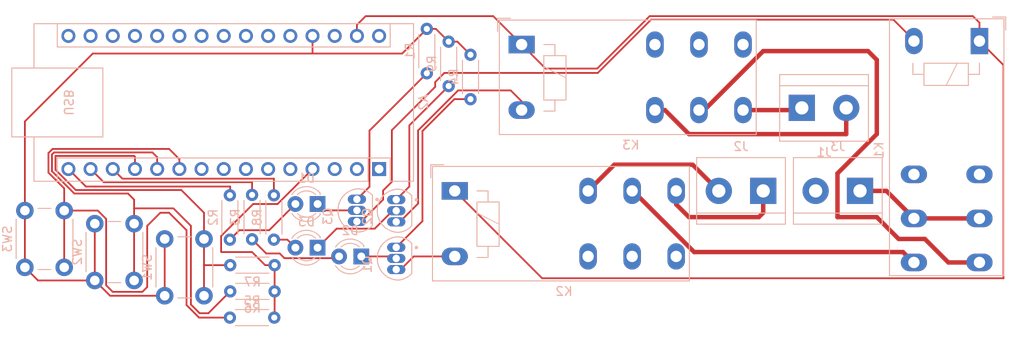
<source format=kicad_pcb>
(kicad_pcb (version 20241229) (generator "pcbnew") (generator_version "9.0")
  (layers (0 "F.Cu" signal) (2 "B.Cu" signal) (13 "F.Paste" user) (15 "B.Paste" user) (5 "F.SilkS" user "F.Silkscreen") (7 "B.SilkS" user "B.Silkscreen") (1 "F.Mask" user) (3 "B.Mask" user) (25 "Edge.Cuts" user))
  (net 0 "")
  (net 9 "Net-(A2-D7)")
  (net 10 "/5VLogic(SR)")
  (net 11 "/5VLogic(HR)")
  (net 12 "/5VLogic(TR)")
  (net 23 "/+5V")
  (net 25 "Net-(A2-GND-Pad29)")
  (net 27 "HT")
  (net 28 "/120VAC_SPEED")
  (net 30 "/120VAC_HEAT")
  (net 31 "Net-(Q3-E)")
  (net 32 "HR_LIVE_LOW")
  (net 33 "HR_LIVE_HIGH")
  (net 37 "Net-(Q1-E)")
  (net 38 "SR_LIVE_LOW")
  (net 39 "SR_LIVE_HIGH")
  (net 42 "Net-(Q2-E)")
  (net 43 "Net-(Q1-C)")
  (net 44 "Net-(D1-A)")
  (net 45 "Net-(Q2-C)")
  (net 46 "Net-(D1-K)")
  (net 47 "Net-(Q3-C)")
  (net 48 "Net-(D2-K)")
  (net 53 "Net-(D2-A)")
  (net 54 "Net-(D3-K)")
  (net 55 "Net-(D3-A)")
  (net 56 "Net-(A2-GND-Pad4)")
  (net 57 "Net-(A2-D8)")
  (net 58 "Net-(A2-D9)")
  (footprint "Resistor_THT:R_Axial_DIN0204_L3.6mm_D1.6mm_P5.08mm_Horizontal" (layer "B.Cu") (at 64.45 16.92 -90)
    (property "Reference" "R9" (at 2.54 1.92 90) (layer "B.SilkS") (effects (justify mirror)))
    (property "Value" "0")
    (fp_line (start 0.62 0.92) (end 4.46 0.92) (stroke (width 0.12)) (layer "B.SilkS"))
    (fp_line (start 0.62 -0.92) (end 4.46 -0.92) (stroke (width 0.12)) (layer "B.SilkS"))
    (pad "1" thru_hole circle (at 0 0 270) (size 1.4 1.4) (drill 0.7) (layers "*.Cu" "*.Mask") (net 23 "/+5V"))
    (pad "2" thru_hole oval (at 5.08 0 270) (size 1.4 1.4) (drill 0.7) (layers "*.Cu" "*.Mask") (net 45 "Net-(Q2-C)"))
  )
  (footprint "Resistor_THT:R_Axial_DIN0204_L3.6mm_D1.6mm_P5.08mm_Horizontal" (layer "B.Cu") (at 39.41 34.5 -90)
    (property "Reference" "R2" (at 2.54 1.92 90) (layer "B.SilkS") (effects (justify mirror)))
    (property "Value" "330")
    (fp_line (start 0.62 0.92) (end 4.46 0.92) (stroke (width 0.12)) (layer "B.SilkS"))
    (fp_line (start 0.62 -0.92) (end 4.46 -0.92) (stroke (width 0.12)) (layer "B.SilkS"))
    (pad "1" thru_hole circle (at 0 0 270) (size 1.4 1.4) (drill 0.7) (layers "*.Cu" "*.Mask") (net 12 "/5VLogic(TR)"))
    (pad "2" thru_hole oval (at 5.08 0 270) (size 1.4 1.4) (drill 0.7) (layers "*.Cu" "*.Mask") (net 44 "Net-(D1-A)"))
  )
  (footprint "Button_Switch_THT:SW_PUSH_6mm_H4.3mm" (layer "B.Cu") (at 31.95 39.5 -90)
    (property "Reference" "SW1" (at 3.25 2 90) (layer "B.SilkS") (effects (justify mirror)))
    (property "Value" "Speed_Butt")
    (fp_line (start 5.5 1) (end 1 1) (stroke (width 0.12)) (layer "B.SilkS"))
    (fp_line (start -0.25 -1.5) (end -0.25 -3) (stroke (width 0.12)) (layer "B.SilkS"))
    (fp_line (start 6.75 -3) (end 6.75 -1.5) (stroke (width 0.12)) (layer "B.SilkS"))
    (fp_line (start 1 -5.5) (end 5.5 -5.5) (stroke (width 0.12)) (layer "B.SilkS"))
    (pad "1" thru_hole circle (at 0 0 180) (size 2 2) (drill 1.1) (layers "*.Cu" "*.Mask") (net 23 "/+5V"))
    (pad "1" thru_hole circle (at 6.5 0 180) (size 2 2) (drill 1.1) (layers "*.Cu" "*.Mask") (net 23 "/+5V"))
    (pad "2" thru_hole circle (at 0 -4.5 180) (size 2 2) (drill 1.1) (layers "*.Cu" "*.Mask") (net 58 "Net-(A2-D9)"))
    (pad "2" thru_hole circle (at 6.5 -4.5 180) (size 2 2) (drill 1.1) (layers "*.Cu" "*.Mask") (net 58 "Net-(A2-D9)"))
  )
  (footprint "Button_Switch_THT:SW_PUSH_6mm_H4.3mm" (layer "B.Cu") (at 23.95 37.75 -90)
    (property "Reference" "SW2" (at 3.25 2 90) (layer "B.SilkS") (effects (justify mirror)))
    (property "Value" "Heat_Butt")
    (fp_line (start 5.5 1) (end 1 1) (stroke (width 0.12)) (layer "B.SilkS"))
    (fp_line (start -0.25 -1.5) (end -0.25 -3) (stroke (width 0.12)) (layer "B.SilkS"))
    (fp_line (start 6.75 -3) (end 6.75 -1.5) (stroke (width 0.12)) (layer "B.SilkS"))
    (fp_line (start 1 -5.5) (end 5.5 -5.5) (stroke (width 0.12)) (layer "B.SilkS"))
    (pad "1" thru_hole circle (at 0 0 180) (size 2 2) (drill 1.1) (layers "*.Cu" "*.Mask") (net 23 "/+5V"))
    (pad "1" thru_hole circle (at 6.5 0 180) (size 2 2) (drill 1.1) (layers "*.Cu" "*.Mask") (net 23 "/+5V"))
    (pad "2" thru_hole circle (at 0 -4.5 180) (size 2 2) (drill 1.1) (layers "*.Cu" "*.Mask") (net 57 "Net-(A2-D8)"))
    (pad "2" thru_hole circle (at 6.5 -4.5 180) (size 2 2) (drill 1.1) (layers "*.Cu" "*.Mask") (net 57 "Net-(A2-D8)"))
  )
  (footprint "Resistor_THT:R_Axial_DIN0204_L3.6mm_D1.6mm_P5.08mm_Horizontal" (layer "B.Cu") (at 39.45 42.5)
    (property "Reference" "R7" (at 2.54 1.92 0) (layer "B.SilkS") (effects (justify mirror)))
    (property "Value" "33k")
    (fp_line (start 0.62 -0.92) (end 4.46 -0.92) (stroke (width 0.12)) (layer "B.SilkS"))
    (fp_line (start 0.62 0.92) (end 4.46 0.92) (stroke (width 0.12)) (layer "B.SilkS"))
    (pad "1" thru_hole circle (at 0 0) (size 1.4 1.4) (drill 0.7) (layers "*.Cu" "*.Mask") (net 58 "Net-(A2-D9)"))
    (pad "2" thru_hole oval (at 5.08 0) (size 1.4 1.4) (drill 0.7) (layers "*.Cu" "*.Mask") (net 56 "Net-(A2-GND-Pad4)"))
  )
  (footprint "TerminalBlock:TerminalBlock_bornier-2_P5.08mm" (layer "B.Cu") (at 111.53 34 180)
    (property "Reference" "J3" (at 2.54 5.08 0) (layer "B.SilkS") (effects (justify mirror)))
    (property "Value" "Screw_Terminal_01x02")
    (fp_line (start 7.62 3.81) (end -2.54 3.81) (stroke (width 0.12)) (layer "B.SilkS"))
    (fp_line (start 7.62 -2.54) (end -2.54 -2.54) (stroke (width 0.12)) (layer "B.SilkS"))
    (fp_line (start 7.62 -3.81) (end 7.62 3.81) (stroke (width 0.12)) (layer "B.SilkS"))
    (fp_line (start -2.54 3.81) (end -2.54 -3.81) (stroke (width 0.12)) (layer "B.SilkS"))
    (fp_line (start -2.54 -3.81) (end 7.62 -3.81) (stroke (width 0.12)) (layer "B.SilkS"))
    (pad "1" thru_hole rect (at 0 0 180) (size 3 3) (drill 1.52) (layers "*.Cu" "*.Mask") (net 27 "HT"))
    (pad "2" thru_hole circle (at 5.08 0 180) (size 3 3) (drill 1.52) (layers "*.Cu" "*.Mask"))
  )
  (footprint "Resistor_THT:R_Axial_DIN0204_L3.6mm_D1.6mm_P5.08mm_Horizontal" (layer "B.Cu") (at 44.49 48.5 180)
    (property "Reference" "R5" (at 2.54 1.92 0) (layer "B.SilkS") (effects (justify mirror)))
    (property "Value" "33k")
    (fp_line (start 0.62 0.92) (end 4.46 0.92) (stroke (width 0.12)) (layer "B.SilkS"))
    (fp_line (start 0.62 -0.92) (end 4.46 -0.92) (stroke (width 0.12)) (layer "B.SilkS"))
    (pad "1" thru_hole circle (at 0 0 180) (size 1.4 1.4) (drill 0.7) (layers "*.Cu" "*.Mask") (net 56 "Net-(A2-GND-Pad4)"))
    (pad "2" thru_hole oval (at 5.08 0 180) (size 1.4 1.4) (drill 0.7) (layers "*.Cu" "*.Mask") (net 9 "Net-(A2-D7)"))
  )
  (footprint "Relay_THT:Relay_DPDT_Schrack-RT2-FormC_RM5mm" (layer "B.Cu") (at 125.2 16.85 -90)
    (property "Reference" "K1" (at 12.5 11.5 90) (layer "B.SilkS") (effects (justify mirror)))
    (property "Value" "ToggleRelay")
    (fp_line (start -2.55 10.3) (end -2.55 -2.8) (stroke (width 0.12)) (layer "B.SilkS"))
    (fp_line (start 26.85 10.3) (end -2.55 10.3) (stroke (width 0.12)) (layer "B.SilkS"))
    (fp_line (start 3.81 7.62) (end 2.54 7.62) (stroke (width 0.12)) (layer "B.SilkS"))
    (fp_line (start 2.54 6.35) (end 2.54 1.27) (stroke (width 0.12)) (layer "B.SilkS"))
    (fp_line (start 3.81 6.35) (end 3.81 7.62) (stroke (width 0.12)) (layer "B.SilkS"))
    (fp_line (start 5.08 6.35) (end 2.54 6.35) (stroke (width 0.12)) (layer "B.SilkS"))
    (fp_line (start 2.54 2.54) (end 5.08 3.81) (stroke (width 0.1)) (layer "B.SilkS"))
    (fp_line (start 2.54 1.27) (end 3.81 1.27) (stroke (width 0.12)) (layer "B.SilkS"))
    (fp_line (start 3.81 1.27) (end 5.08 1.27) (stroke (width 0.12)) (layer "B.SilkS"))
    (fp_line (start 5.08 1.27) (end 5.08 6.35) (stroke (width 0.12)) (layer "B.SilkS"))
    (fp_line (start 2.54 0) (end 3.81 0) (stroke (width 0.12)) (layer "B.SilkS"))
    (fp_line (start 3.81 0) (end 3.81 1.27) (stroke (width 0.12)) (layer "B.SilkS"))
    (fp_line (start -2.75 -1.5) (end -2.75 -3) (stroke (width 0.12)) (layer "B.SilkS"))
    (fp_line (start -2.55 -2.8) (end 26.85 -2.8) (stroke (width 0.12)) (layer "B.SilkS"))
    (fp_line (start 26.85 -2.8) (end 26.85 10.3) (stroke (width 0.12)) (layer "B.SilkS"))
    (fp_line (start -2.75 -3) (end -1.25 -3) (stroke (width 0.12)) (layer "B.SilkS"))
    (pad "11" thru_hole oval (at 20.3 0 90) (size 2 3) (drill 1.3) (layers "*.Cu" "*.Mask") (net 27 "HT"))
    (pad "12" thru_hole oval (at 15.26 0 90) (size 2 3) (drill 1.3) (layers "*.Cu" "*.Mask"))
    (pad "14" thru_hole oval (at 25.34 0 90) (size 2 3) (drill 1.3) (layers "*.Cu" "*.Mask") (net 28 "/120VAC_SPEED"))
    (pad "21" thru_hole oval (at 20.3 7.5 90) (size 2 3) (drill 1.3) (layers "*.Cu" "*.Mask") (net 27 "HT"))
    (pad "22" thru_hole oval (at 15.26 7.5 90) (size 2 3) (drill 1.3) (layers "*.Cu" "*.Mask"))
    (pad "24" thru_hole oval (at 25.34 7.5 90) (size 2 3) (drill 1.3) (layers "*.Cu" "*.Mask") (net 30 "/120VAC_HEAT"))
    (pad "A1" thru_hole rect (at 0 0 90) (size 3 2) (drill 1.3) (layers "*.Cu" "*.Mask") (net 25 "Net-(A2-GND-Pad29)"))
    (pad "A2" thru_hole oval (at 0 7.5 90) (size 3 2) (drill 1.3) (layers "*.Cu" "*.Mask") (net 31 "Net-(Q3-E)"))
  )
  (footprint "Resistor_THT:R_Axial_DIN0204_L3.6mm_D1.6mm_P5.08mm_Horizontal" (layer "B.Cu") (at 44.45 34.5 -90)
    (property "Reference" "R8" (at 2.54 1.92 90) (layer "B.SilkS") (effects (justify mirror)))
    (property "Value" "330")
    (fp_line (start 0.62 0.92) (end 4.46 0.92) (stroke (width 0.12)) (layer "B.SilkS"))
    (fp_line (start 0.62 -0.92) (end 4.46 -0.92) (stroke (width 0.12)) (layer "B.SilkS"))
    (pad "1" thru_hole circle (at 0 0 270) (size 1.4 1.4) (drill 0.7) (layers "*.Cu" "*.Mask") (net 10 "/5VLogic(SR)"))
    (pad "2" thru_hole oval (at 5.08 0 270) (size 1.4 1.4) (drill 0.7) (layers "*.Cu" "*.Mask") (net 55 "Net-(D3-A)"))
  )
  (footprint "Resistor_THT:R_Axial_DIN0204_L3.6mm_D1.6mm_P5.08mm_Horizontal" (layer "B.Cu") (at 39.45 45.5)
    (property "Reference" "R6" (at 2.54 1.92 0) (layer "B.SilkS") (effects (justify mirror)))
    (property "Value" "33k")
    (fp_line (start 0.62 -0.92) (end 4.46 -0.92) (stroke (width 0.12)) (layer "B.SilkS"))
    (fp_line (start 0.62 0.92) (end 4.46 0.92) (stroke (width 0.12)) (layer "B.SilkS"))
    (pad "1" thru_hole circle (at 0 0) (size 1.4 1.4) (drill 0.7) (layers "*.Cu" "*.Mask") (net 57 "Net-(A2-D8)"))
    (pad "2" thru_hole oval (at 5.08 0) (size 1.4 1.4) (drill 0.7) (layers "*.Cu" "*.Mask") (net 56 "Net-(A2-GND-Pad4)"))
  )
  (footprint "Resistor_THT:R_Axial_DIN0204_L3.6mm_D1.6mm_P5.08mm_Horizontal" (layer "B.Cu") (at 61.95 15.46 -90)
    (property "Reference" "R1" (at 2.54 1.92 90) (layer "B.SilkS") (effects (justify mirror)))
    (property "Value" "0")
    (fp_line (start 0.62 0.92) (end 4.46 0.92) (stroke (width 0.12)) (layer "B.SilkS"))
    (fp_line (start 0.62 -0.92) (end 4.46 -0.92) (stroke (width 0.12)) (layer "B.SilkS"))
    (pad "1" thru_hole circle (at 0 0 270) (size 1.4 1.4) (drill 0.7) (layers "*.Cu" "*.Mask") (net 23 "/+5V"))
    (pad "2" thru_hole oval (at 5.08 0 270) (size 1.4 1.4) (drill 0.7) (layers "*.Cu" "*.Mask") (net 47 "Net-(Q3-C)"))
  )
  (footprint "Resistor_THT:R_Axial_DIN0204_L3.6mm_D1.6mm_P5.08mm_Horizontal" (layer "B.Cu") (at 41.95 34.46 -90)
    (property "Reference" "R3" (at 2.54 1.92 90) (layer "B.SilkS") (effects (justify mirror)))
    (property "Value" "330")
    (fp_line (start 0.62 0.92) (end 4.46 0.92) (stroke (width 0.12)) (layer "B.SilkS"))
    (fp_line (start 0.62 -0.92) (end 4.46 -0.92) (stroke (width 0.12)) (layer "B.SilkS"))
    (pad "1" thru_hole circle (at 0 0 270) (size 1.4 1.4) (drill 0.7) (layers "*.Cu" "*.Mask") (net 11 "/5VLogic(HR)"))
    (pad "2" thru_hole oval (at 5.08 0 270) (size 1.4 1.4) (drill 0.7) (layers "*.Cu" "*.Mask") (net 53 "Net-(D2-A)"))
  )
  (footprint "TWST:2N3904" (layer "B.Cu") (at 58.45 41.73 -90)
    (property "Reference" "Q1" (at 0.675 3.33 90) (layer "B.SilkS") (effects (justify mirror)))
    (property "Value" "NPN")
    (fp_line (start -1.725 -1.775) (end 1.725 -1.775) (stroke (width 0.127)) (layer "B.SilkS"))
    (fp_arc (start 0 2.165) (mid -1.738698 1.467589) (end -2.475 -0.255) (stroke (width 0.127)) (layer "B.SilkS"))
    (fp_arc (start -2.475 -0.255) (mid -2.240559 -1.084355) (end -1.725 -1.775) (stroke (width 0.127)) (layer "B.SilkS"))
    (fp_arc (start 2.475 -0.255) (mid 1.738698 1.467589) (end 0 2.165) (stroke (width 0.127)) (layer "B.SilkS"))
    (fp_arc (start 1.725 -1.775) (mid 2.240559 -1.084355) (end 2.475 -0.255) (stroke (width 0.127)) (layer "B.SilkS"))
    (fp_circle (center -1.25 -2.305) (end -1.15 -2.305) (stroke (width 0.2)) (fill no) (layer "B.SilkS"))
    (pad "1" thru_hole oval (at -1.27 0 270) (size 1.04 2.08) (drill 0.84) (layers "*.Cu" "*.Mask") (net 43 "Net-(Q1-C)"))
    (pad "2" thru_hole oval (at 0 0 270) (size 1.04 2.08) (drill 0.84) (layers "*.Cu" "*.Mask") (net 48 "Net-(D2-K)"))
    (pad "3" thru_hole oval (at 1.27 0 270) (size 1.04 2.08) (drill 0.84) (layers "*.Cu" "*.Mask") (net 37 "Net-(Q1-E)"))
  )
  (footprint "LED_THT:LED_D3.0mm" (layer "B.Cu") (at 49.45 40.5 180)
    (property "Reference" "D3" (at 1.27 2.96 0) (layer "B.SilkS") (effects (justify mirror)))
    (property "Value" "LED")
    (fp_line (start -0.29 1.236) (end -0.29 1.08) (stroke (width 0.12)) (layer "B.SilkS"))
    (fp_line (start -0.29 -1.08) (end -0.29 -1.236) (stroke (width 0.12)) (layer "B.SilkS"))
    (fp_arc (start 2.941397 1.080061) (mid 1.365624 1.987701) (end -0.29 1.235516) (stroke (width 0.12)) (layer "B.SilkS"))
    (fp_arc (start 2.31091 1.080049) (mid 1.269965 1.5) (end 0.229039 1.08) (stroke (width 0.12)) (layer "B.SilkS"))
    (fp_arc (start 0.229039 -1.08) (mid 1.269965 -1.5) (end 2.31091 -1.080049) (stroke (width 0.12)) (layer "B.SilkS"))
    (fp_arc (start -0.29 -1.235516) (mid 1.365624 -1.987701) (end 2.941397 -1.080061) (stroke (width 0.12)) (layer "B.SilkS"))
    (pad "1" thru_hole rect (at 0 0 180) (size 1.8 1.8) (drill 0.9) (layers "*.Cu" "*.Mask") (net 54 "Net-(D3-K)"))
    (pad "2" thru_hole circle (at 2.54 0 180) (size 1.8 1.8) (drill 0.9) (layers "*.Cu" "*.Mask") (net 55 "Net-(D3-A)"))
  )
  (footprint "Button_Switch_THT:SW_PUSH_6mm_H4.3mm" (layer "B.Cu") (at 15.95 36.25 -90)
    (property "Reference" "SW3" (at 3.25 2 90) (layer "B.SilkS") (effects (justify mirror)))
    (property "Value" "Toggle_Butt")
    (fp_line (start 5.5 1) (end 1 1) (stroke (width 0.12)) (layer "B.SilkS"))
    (fp_line (start -0.25 -1.5) (end -0.25 -3) (stroke (width 0.12)) (layer "B.SilkS"))
    (fp_line (start 6.75 -3) (end 6.75 -1.5) (stroke (width 0.12)) (layer "B.SilkS"))
    (fp_line (start 1 -5.5) (end 5.5 -5.5) (stroke (width 0.12)) (layer "B.SilkS"))
    (pad "1" thru_hole circle (at 0 0 180) (size 2 2) (drill 1.1) (layers "*.Cu" "*.Mask") (net 23 "/+5V"))
    (pad "1" thru_hole circle (at 6.5 0 180) (size 2 2) (drill 1.1) (layers "*.Cu" "*.Mask") (net 23 "/+5V"))
    (pad "2" thru_hole circle (at 0 -4.5 180) (size 2 2) (drill 1.1) (layers "*.Cu" "*.Mask") (net 9 "Net-(A2-D7)"))
    (pad "2" thru_hole circle (at 6.5 -4.5 180) (size 2 2) (drill 1.1) (layers "*.Cu" "*.Mask") (net 9 "Net-(A2-D7)"))
  )
  (footprint "Relay_THT:Relay_DPDT_Schrack-RT2-FormC_RM5mm" (layer "B.Cu") (at 72.8 17.25)
    (property "Reference" "K3" (at 12.5 11.5 0) (layer "B.SilkS") (effects (justify mirror)))
    (property "Value" "SpeedRelay")
    (fp_line (start -2.75 -3) (end -1.25 -3) (stroke (width 0.12)) (layer "B.SilkS"))
    (fp_line (start -2.75 -1.5) (end -2.75 -3) (stroke (width 0.12)) (layer "B.SilkS"))
    (fp_line (start -2.55 -2.8) (end 26.85 -2.8) (stroke (width 0.12)) (layer "B.SilkS"))
    (fp_line (start -2.55 10.3) (end -2.55 -2.8) (stroke (width 0.12)) (layer "B.SilkS"))
    (fp_line (start 2.54 0) (end 3.81 0) (stroke (width 0.12)) (layer "B.SilkS"))
    (fp_line (start 2.54 1.27) (end 3.81 1.27) (stroke (width 0.12)) (layer "B.SilkS"))
    (fp_line (start 2.54 2.54) (end 5.08 3.81) (stroke (width 0.1)) (layer "B.SilkS"))
    (fp_line (start 2.54 6.35) (end 2.54 1.27) (stroke (width 0.12)) (layer "B.SilkS"))
    (fp_line (start 3.81 0) (end 3.81 1.27) (stroke (width 0.12)) (layer "B.SilkS"))
    (fp_line (start 3.81 1.27) (end 5.08 1.27) (stroke (width 0.12)) (layer "B.SilkS"))
    (fp_line (start 3.81 6.35) (end 3.81 7.62) (stroke (width 0.12)) (layer "B.SilkS"))
    (fp_line (start 3.81 7.62) (end 2.54 7.62) (stroke (width 0.12)) (layer "B.SilkS"))
    (fp_line (start 5.08 1.27) (end 5.08 6.35) (stroke (width 0.12)) (layer "B.SilkS"))
    (fp_line (start 5.08 6.35) (end 2.54 6.35) (stroke (width 0.12)) (layer "B.SilkS"))
    (fp_line (start 26.85 -2.8) (end 26.85 10.3) (stroke (width 0.12)) (layer "B.SilkS"))
    (fp_line (start 26.85 10.3) (end -2.55 10.3) (stroke (width 0.12)) (layer "B.SilkS"))
    (pad "11" thru_hole oval (at 20.3 0 180) (size 2 3) (drill 1.3) (layers "*.Cu" "*.Mask"))
    (pad "12" thru_hole oval (at 15.26 0 180) (size 2 3) (drill 1.3) (layers "*.Cu" "*.Mask"))
    (pad "14" thru_hole oval (at 25.34 0 180) (size 2 3) (drill 1.3) (layers "*.Cu" "*.Mask"))
    (pad "21" thru_hole oval (at 20.3 7.5 180) (size 2 3) (drill 1.3) (layers "*.Cu" "*.Mask") (net 28 "/120VAC_SPEED"))
    (pad "22" thru_hole oval (at 15.26 7.5 180) (size 2 3) (drill 1.3) (layers "*.Cu" "*.Mask") (net 38 "SR_LIVE_LOW"))
    (pad "24" thru_hole oval (at 25.34 7.5 180) (size 2 3) (drill 1.3) (layers "*.Cu" "*.Mask") (net 39 "SR_LIVE_HIGH"))
    (pad "A1" thru_hole rect (at 0 0 180) (size 3 2) (drill 1.3) (layers "*.Cu" "*.Mask") (net 25 "Net-(A2-GND-Pad29)"))
    (pad "A2" thru_hole oval (at 0 7.5 180) (size 3 2) (drill 1.3) (layers "*.Cu" "*.Mask") (net 42 "Net-(Q2-E)"))
  )
  (footprint "TerminalBlock:TerminalBlock_bornier-2_P5.08mm" (layer "B.Cu") (at 104.87 24.5)
    (property "Reference" "J1" (at 2.54 5.08 0) (layer "B.SilkS") (effects (justify mirror)))
    (property "Value" "Screw_Terminal_01x02")
    (fp_line (start -2.54 -3.81) (end 7.62 -3.81) (stroke (width 0.12)) (layer "B.SilkS"))
    (fp_line (start -2.54 3.81) (end -2.54 -3.81) (stroke (width 0.12)) (layer "B.SilkS"))
    (fp_line (start 7.62 -3.81) (end 7.62 3.81) (stroke (width 0.12)) (layer "B.SilkS"))
    (fp_line (start 7.62 -2.54) (end -2.54 -2.54) (stroke (width 0.12)) (layer "B.SilkS"))
    (fp_line (start 7.62 3.81) (end -2.54 3.81) (stroke (width 0.12)) (layer "B.SilkS"))
    (pad "1" thru_hole rect (at 0 0) (size 3 3) (drill 1.52) (layers "*.Cu" "*.Mask") (net 39 "SR_LIVE_HIGH"))
    (pad "2" thru_hole circle (at 5.08 0) (size 3 3) (drill 1.52) (layers "*.Cu" "*.Mask") (net 38 "SR_LIVE_LOW"))
  )
  (footprint "Relay_THT:Relay_DPDT_Schrack-RT2-FormC_RM5mm" (layer "B.Cu") (at 65.15 34)
    (property "Reference" "K2" (at 12.5 11.5 0) (layer "B.SilkS") (effects (justify mirror)))
    (property "Value" "HeatRelay")
    (fp_line (start -2.75 -3) (end -1.25 -3) (stroke (width 0.12)) (layer "B.SilkS"))
    (fp_line (start -2.75 -1.5) (end -2.75 -3) (stroke (width 0.12)) (layer "B.SilkS"))
    (fp_line (start -2.55 -2.8) (end 26.85 -2.8) (stroke (width 0.12)) (layer "B.SilkS"))
    (fp_line (start -2.55 10.3) (end -2.55 -2.8) (stroke (width 0.12)) (layer "B.SilkS"))
    (fp_line (start 2.54 0) (end 3.81 0) (stroke (width 0.12)) (layer "B.SilkS"))
    (fp_line (start 2.54 1.27) (end 3.81 1.27) (stroke (width 0.12)) (layer "B.SilkS"))
    (fp_line (start 2.54 2.54) (end 5.08 3.81) (stroke (width 0.1)) (layer "B.SilkS"))
    (fp_line (start 2.54 6.35) (end 2.54 1.27) (stroke (width 0.12)) (layer "B.SilkS"))
    (fp_line (start 3.81 0) (end 3.81 1.27) (stroke (width 0.12)) (layer "B.SilkS"))
    (fp_line (start 3.81 1.27) (end 5.08 1.27) (stroke (width 0.12)) (layer "B.SilkS"))
    (fp_line (start 3.81 6.35) (end 3.81 7.62) (stroke (width 0.12)) (layer "B.SilkS"))
    (fp_line (start 3.81 7.62) (end 2.54 7.62) (stroke (width 0.12)) (layer "B.SilkS"))
    (fp_line (start 5.08 1.27) (end 5.08 6.35) (stroke (width 0.12)) (layer "B.SilkS"))
    (fp_line (start 5.08 6.35) (end 2.54 6.35) (stroke (width 0.12)) (layer "B.SilkS"))
    (fp_line (start 26.85 -2.8) (end 26.85 10.3) (stroke (width 0.12)) (layer "B.SilkS"))
    (fp_line (start 26.85 10.3) (end -2.55 10.3) (stroke (width 0.12)) (layer "B.SilkS"))
    (pad "11" thru_hole oval (at 20.3 0 180) (size 2 3) (drill 1.3) (layers "*.Cu" "*.Mask") (net 30 "/120VAC_HEAT"))
    (pad "12" thru_hole oval (at 15.26 0 180) (size 2 3) (drill 1.3) (layers "*.Cu" "*.Mask") (net 32 "HR_LIVE_LOW"))
    (pad "14" thru_hole oval (at 25.34 0 180) (size 2 3) (drill 1.3) (layers "*.Cu" "*.Mask") (net 33 "HR_LIVE_HIGH"))
    (pad "21" thru_hole oval (at 20.3 7.5 180) (size 2 3) (drill 1.3) (layers "*.Cu" "*.Mask"))
    (pad "22" thru_hole oval (at 15.26 7.5 180) (size 2 3) (drill 1.3) (layers "*.Cu" "*.Mask"))
    (pad "24" thru_hole oval (at 25.34 7.5 180) (size 2 3) (drill 1.3) (layers "*.Cu" "*.Mask"))
    (pad "A1" thru_hole rect (at 0 0 180) (size 3 2) (drill 1.3) (layers "*.Cu" "*.Mask") (net 25 "Net-(A2-GND-Pad29)"))
    (pad "A2" thru_hole oval (at 0 7.5 180) (size 3 2) (drill 1.3) (layers "*.Cu" "*.Mask") (net 37 "Net-(Q1-E)"))
  )
  (footprint "TerminalBlock:TerminalBlock_bornier-2_P5.08mm" (layer "B.Cu") (at 100.45 34 180)
    (property "Reference" "J2" (at 2.54 5.08 0) (layer "B.SilkS") (effects (justify mirror)))
    (property "Value" "Screw_Terminal_01x02")
    (fp_line (start 7.62 3.81) (end -2.54 3.81) (stroke (width 0.12)) (layer "B.SilkS"))
    (fp_line (start 7.62 -2.54) (end -2.54 -2.54) (stroke (width 0.12)) (layer "B.SilkS"))
    (fp_line (start 7.62 -3.81) (end 7.62 3.81) (stroke (width 0.12)) (layer "B.SilkS"))
    (fp_line (start -2.54 3.81) (end -2.54 -3.81) (stroke (width 0.12)) (layer "B.SilkS"))
    (fp_line (start -2.54 -3.81) (end 7.62 -3.81) (stroke (width 0.12)) (layer "B.SilkS"))
    (pad "1" thru_hole rect (at 0 0 180) (size 3 3) (drill 1.52) (layers "*.Cu" "*.Mask") (net 33 "HR_LIVE_HIGH"))
    (pad "2" thru_hole circle (at 5.08 0 180) (size 3 3) (drill 1.52) (layers "*.Cu" "*.Mask") (net 32 "HR_LIVE_LOW"))
  )
  (footprint "LED_THT:LED_D3.0mm" (layer "B.Cu") (at 54.45 41.5 180)
    (property "Reference" "D2" (at 1.27 2.96 0) (layer "B.SilkS") (effects (justify mirror)))
    (property "Value" "LED")
    (fp_line (start -0.29 1.236) (end -0.29 1.08) (stroke (width 0.12)) (layer "B.SilkS"))
    (fp_line (start -0.29 -1.08) (end -0.29 -1.236) (stroke (width 0.12)) (layer "B.SilkS"))
    (fp_arc (start 2.941397 1.080061) (mid 1.365624 1.987701) (end -0.29 1.235516) (stroke (width 0.12)) (layer "B.SilkS"))
    (fp_arc (start 2.31091 1.080049) (mid 1.269965 1.5) (end 0.229039 1.08) (stroke (width 0.12)) (layer "B.SilkS"))
    (fp_arc (start 0.229039 -1.08) (mid 1.269965 -1.5) (end 2.31091 -1.080049) (stroke (width 0.12)) (layer "B.SilkS"))
    (fp_arc (start -0.29 -1.235516) (mid 1.365624 -1.987701) (end 2.941397 -1.080061) (stroke (width 0.12)) (layer "B.SilkS"))
    (pad "1" thru_hole rect (at 0 0 180) (size 1.8 1.8) (drill 0.9) (layers "*.Cu" "*.Mask") (net 48 "Net-(D2-K)"))
    (pad "2" thru_hole circle (at 2.54 0 180) (size 1.8 1.8) (drill 0.9) (layers "*.Cu" "*.Mask") (net 53 "Net-(D2-A)"))
  )
  (footprint "Module:Arduino_Nano" (layer "B.Cu") (at 56.49 31.5 90)
    (property "Reference" "A2" (at 7.62 5.08 90) (layer "B.SilkS") (effects (justify mirror)))
    (property "Value" "Arduino_Nano_v3.x")
    (fp_line (start 11.56 -42.04) (end 3.68 -42.04) (stroke (width 0.12)) (layer "B.SilkS"))
    (fp_line (start 3.68 -42.04) (end 3.68 -31.62) (stroke (width 0.12)) (layer "B.SilkS"))
    (fp_line (start 16.64 -39.5) (end 11.56 -39.5) (stroke (width 0.12)) (layer "B.SilkS"))
    (fp_line (start 16.64 -39.5) (end 16.64 3.94) (stroke (width 0.12)) (layer "B.SilkS"))
    (fp_line (start -1.4 -39.5) (end 3.68 -39.5) (stroke (width 0.12)) (layer "B.SilkS"))
    (fp_line (start 13.97 -36.83) (end 16.64 -36.83) (stroke (width 0.12)) (layer "B.SilkS"))
    (fp_line (start 1.27 -36.83) (end -1.4 -36.83) (stroke (width 0.12)) (layer "B.SilkS"))
    (fp_line (start 11.56 -31.62) (end 11.56 -42.04) (stroke (width 0.12)) (layer "B.SilkS"))
    (fp_line (start 3.68 -31.62) (end 11.56 -31.62) (stroke (width 0.12)) (layer "B.SilkS"))
    (fp_line (start 1.27 -1.27) (end 1.27 -36.83) (stroke (width 0.12)) (layer "B.SilkS"))
    (fp_line (start 1.27 -1.27) (end -1.4 -1.27) (stroke (width 0.12)) (layer "B.SilkS"))
    (fp_line (start 1.27 -1.27) (end 1.27 1.27) (stroke (width 0.12)) (layer "B.SilkS"))
    (fp_line (start -1.4 -1.27) (end -1.4 -39.5) (stroke (width 0.12)) (layer "B.SilkS"))
    (fp_line (start 13.97 1.27) (end 13.97 -36.83) (stroke (width 0.12)) (layer "B.SilkS"))
    (fp_line (start 13.97 1.27) (end 16.64 1.27) (stroke (width 0.12)) (layer "B.SilkS"))
    (fp_line (start 1.27 1.27) (end -1.4 1.27) (stroke (width 0.12)) (layer "B.SilkS"))
    (fp_line (start 16.64 3.94) (end -1.4 3.94) (stroke (width 0.12)) (layer "B.SilkS"))
    (fp_line (start -1.4 3.94) (end -1.4 1.27) (stroke (width 0.12)) (layer "B.SilkS"))
    (fp_text user "USB" (at 7.62 -35.56 270) (layer "B.SilkS") (effects (justify mirror)))
    (pad "1" thru_hole rect (at 0 0 90) (size 1.6 1.6) (drill 1) (layers "*.Cu" "*.Mask"))
    (pad "2" thru_hole oval (at 0 -2.54 90) (size 1.6 1.6) (drill 1) (layers "*.Cu" "*.Mask"))
    (pad "3" thru_hole oval (at 0 -5.08 90) (size 1.6 1.6) (drill 1) (layers "*.Cu" "*.Mask"))
    (pad "4" thru_hole oval (at 0 -7.62 90) (size 1.6 1.6) (drill 1) (layers "*.Cu" "*.Mask") (net 56 "Net-(A2-GND-Pad4)"))
    (pad "5" thru_hole oval (at 0 -10.16 90) (size 1.6 1.6) (drill 1) (layers "*.Cu" "*.Mask"))
    (pad "6" thru_hole oval (at 0 -12.7 90) (size 1.6 1.6) (drill 1) (layers "*.Cu" "*.Mask"))
    (pad "7" thru_hole oval (at 0 -15.24 90) (size 1.6 1.6) (drill 1) (layers "*.Cu" "*.Mask"))
    (pad "8" thru_hole oval (at 0 -17.78 90) (size 1.6 1.6) (drill 1) (layers "*.Cu" "*.Mask"))
    (pad "9" thru_hole oval (at 0 -20.32 90) (size 1.6 1.6) (drill 1) (layers "*.Cu" "*.Mask"))
    (pad "10" thru_hole oval (at 0 -22.86 90) (size 1.6 1.6) (drill 1) (layers "*.Cu" "*.Mask") (net 9 "Net-(A2-D7)"))
    (pad "11" thru_hole oval (at 0 -25.4 90) (size 1.6 1.6) (drill 1) (layers "*.Cu" "*.Mask") (net 57 "Net-(A2-D8)"))
    (pad "12" thru_hole oval (at 0 -27.94 90) (size 1.6 1.6) (drill 1) (layers "*.Cu" "*.Mask") (net 58 "Net-(A2-D9)"))
    (pad "13" thru_hole oval (at 0 -30.48 90) (size 1.6 1.6) (drill 1) (layers "*.Cu" "*.Mask") (net 10 "/5VLogic(SR)"))
    (pad "14" thru_hole oval (at 0 -33.02 90) (size 1.6 1.6) (drill 1) (layers "*.Cu" "*.Mask") (net 11 "/5VLogic(HR)"))
    (pad "15" thru_hole oval (at 0 -35.56 90) (size 1.6 1.6) (drill 1) (layers "*.Cu" "*.Mask") (net 12 "/5VLogic(TR)"))
    (pad "16" thru_hole oval (at 15.24 -35.56 90) (size 1.6 1.6) (drill 1) (layers "*.Cu" "*.Mask"))
    (pad "17" thru_hole oval (at 15.24 -33.02 90) (size 1.6 1.6) (drill 1) (layers "*.Cu" "*.Mask"))
    (pad "18" thru_hole oval (at 15.24 -30.48 90) (size 1.6 1.6) (drill 1) (layers "*.Cu" "*.Mask"))
    (pad "19" thru_hole oval (at 15.24 -27.94 90) (size 1.6 1.6) (drill 1) (layers "*.Cu" "*.Mask"))
    (pad "20" thru_hole oval (at 15.24 -25.4 90) (size 1.6 1.6) (drill 1) (layers "*.Cu" "*.Mask"))
    (pad "21" thru_hole oval (at 15.24 -22.86 90) (size 1.6 1.6) (drill 1) (layers "*.Cu" "*.Mask"))
    (pad "22" thru_hole oval (at 15.24 -20.32 90) (size 1.6 1.6) (drill 1) (layers "*.Cu" "*.Mask"))
    (pad "23" thru_hole oval (at 15.24 -17.78 90) (size 1.6 1.6) (drill 1) (layers "*.Cu" "*.Mask"))
    (pad "24" thru_hole oval (at 15.24 -15.24 90) (size 1.6 1.6) (drill 1) (layers "*.Cu" "*.Mask"))
    (pad "25" thru_hole oval (at 15.24 -12.7 90) (size 1.6 1.6) (drill 1) (layers "*.Cu" "*.Mask"))
    (pad "26" thru_hole oval (at 15.24 -10.16 90) (size 1.6 1.6) (drill 1) (layers "*.Cu" "*.Mask"))
    (pad "27" thru_hole oval (at 15.24 -7.62 90) (size 1.6 1.6) (drill 1) (layers "*.Cu" "*.Mask") (net 23 "/+5V"))
    (pad "28" thru_hole oval (at 15.24 -5.08 90) (size 1.6 1.6) (drill 1) (layers "*.Cu" "*.Mask"))
    (pad "29" thru_hole oval (at 15.24 -2.54 90) (size 1.6 1.6) (drill 1) (layers "*.Cu" "*.Mask") (net 25 "Net-(A2-GND-Pad29)"))
    (pad "30" thru_hole oval (at 15.24 0 90) (size 1.6 1.6) (drill 1) (layers "*.Cu" "*.Mask"))
  )
  (footprint "TWST:2N3904" (layer "B.Cu") (at 58.45 36.27 -90)
    (property "Reference" "Q2" (at 0.675 3.33 90) (layer "B.SilkS") (effects (justify mirror)))
    (property "Value" "NPN")
    (fp_line (start -1.725 -1.775) (end 1.725 -1.775) (stroke (width 0.127)) (layer "B.SilkS"))
    (fp_arc (start 0 2.165) (mid -1.738698 1.467589) (end -2.475 -0.255) (stroke (width 0.127)) (layer "B.SilkS"))
    (fp_arc (start -2.475 -0.255) (mid -2.240559 -1.084355) (end -1.725 -1.775) (stroke (width 0.127)) (layer "B.SilkS"))
    (fp_arc (start 2.475 -0.255) (mid 1.738698 1.467589) (end 0 2.165) (stroke (width 0.127)) (layer "B.SilkS"))
    (fp_arc (start 1.725 -1.775) (mid 2.240559 -1.084355) (end 2.475 -0.255) (stroke (width 0.127)) (layer "B.SilkS"))
    (fp_circle (center -1.25 -2.305) (end -1.15 -2.305) (stroke (width 0.2)) (fill no) (layer "B.SilkS"))
    (pad "1" thru_hole oval (at -1.27 0 270) (size 1.04 2.08) (drill 0.84) (layers "*.Cu" "*.Mask") (net 45 "Net-(Q2-C)"))
    (pad "2" thru_hole oval (at 0 0 270) (size 1.04 2.08) (drill 0.84) (layers "*.Cu" "*.Mask") (net 54 "Net-(D3-K)"))
    (pad "3" thru_hole oval (at 1.27 0 270) (size 1.04 2.08) (drill 0.84) (layers "*.Cu" "*.Mask") (net 42 "Net-(Q2-E)"))
  )
  (footprint "LED_THT:LED_D3.0mm" (layer "B.Cu") (at 49.45 35.5 180)
    (property "Reference" "D1" (at 1.27 2.96 0) (layer "B.SilkS") (effects (justify mirror)))
    (property "Value" "LED")
    (fp_line (start -0.29 1.236) (end -0.29 1.08) (stroke (width 0.12)) (layer "B.SilkS"))
    (fp_line (start -0.29 -1.08) (end -0.29 -1.236) (stroke (width 0.12)) (layer "B.SilkS"))
    (fp_arc (start 2.941397 1.080061) (mid 1.365624 1.987701) (end -0.29 1.235516) (stroke (width 0.12)) (layer "B.SilkS"))
    (fp_arc (start 2.31091 1.080049) (mid 1.269965 1.5) (end 0.229039 1.08) (stroke (width 0.12)) (layer "B.SilkS"))
    (fp_arc (start 0.229039 -1.08) (mid 1.269965 -1.5) (end 2.31091 -1.080049) (stroke (width 0.12)) (layer "B.SilkS"))
    (fp_arc (start -0.29 -1.235516) (mid 1.365624 -1.987701) (end 2.941397 -1.080061) (stroke (width 0.12)) (layer "B.SilkS"))
    (pad "1" thru_hole rect (at 0 0 180) (size 1.8 1.8) (drill 0.9) (layers "*.Cu" "*.Mask") (net 46 "Net-(D1-K)"))
    (pad "2" thru_hole circle (at 2.54 0 180) (size 1.8 1.8) (drill 0.9) (layers "*.Cu" "*.Mask") (net 44 "Net-(D1-A)"))
  )
  (footprint "TWST:2N3904" (layer "B.Cu") (at 53.95 36.23 -90)
    (property "Reference" "Q3" (at 0.675 3.33 90) (layer "B.SilkS") (effects (justify mirror)))
    (property "Value" "NPN")
    (fp_line (start -1.725 -1.775) (end 1.725 -1.775) (stroke (width 0.127)) (layer "B.SilkS"))
    (fp_arc (start 0 2.165) (mid -1.738698 1.467589) (end -2.475 -0.255) (stroke (width 0.127)) (layer "B.SilkS"))
    (fp_arc (start -2.475 -0.255) (mid -2.240559 -1.084355) (end -1.725 -1.775) (stroke (width 0.127)) (layer "B.SilkS"))
    (fp_arc (start 2.475 -0.255) (mid 1.738698 1.467589) (end 0 2.165) (stroke (width 0.127)) (layer "B.SilkS"))
    (fp_arc (start 1.725 -1.775) (mid 2.240559 -1.084355) (end 2.475 -0.255) (stroke (width 0.127)) (layer "B.SilkS"))
    (fp_circle (center -1.25 -2.305) (end -1.15 -2.305) (stroke (width 0.2)) (fill no) (layer "B.SilkS"))
    (pad "1" thru_hole oval (at -1.27 0 270) (size 1.04 2.08) (drill 0.84) (layers "*.Cu" "*.Mask") (net 47 "Net-(Q3-C)"))
    (pad "2" thru_hole oval (at 0 0 270) (size 1.04 2.08) (drill 0.84) (layers "*.Cu" "*.Mask") (net 46 "Net-(D1-K)"))
    (pad "3" thru_hole oval (at 1.27 0 270) (size 1.04 2.08) (drill 0.84) (layers "*.Cu" "*.Mask") (net 31 "Net-(Q3-E)"))
  )
  (footprint "Resistor_THT:R_Axial_DIN0204_L3.6mm_D1.6mm_P5.08mm_Horizontal" (layer "B.Cu") (at 66.95 18.42 -90)
    (property "Reference" "R4" (at 2.54 1.92 90) (layer "B.SilkS") (effects (justify mirror)))
    (property "Value" "0")
    (fp_line (start 0.62 0.92) (end 4.46 0.92) (stroke (width 0.12)) (layer "B.SilkS"))
    (fp_line (start 0.62 -0.92) (end 4.46 -0.92) (stroke (width 0.12)) (layer "B.SilkS"))
    (pad "1" thru_hole circle (at 0 0 270) (size 1.4 1.4) (drill 0.7) (layers "*.Cu" "*.Mask") (net 23 "/+5V"))
    (pad "2" thru_hole oval (at 5.08 0 270) (size 1.4 1.4) (drill 0.7) (layers "*.Cu" "*.Mask") (net 43 "Net-(Q1-C)"))
  )
  (segment (start 25.251 37.211108) (end 25.251 44.801) (width 0.2) (layer "F.Cu") (net 9))
  (segment (start 35.8829 48.5) (end 39.41 48.5) (width 0.2) (layer "F.Cu") (net 9))
  (segment (start 29.399 45.551) (end 29.95 45) (width 0.2) (layer "F.Cu") (net 9))
  (segment (start 20.45 33.71125) (end 18.648 31.90925) (width 0.2) (layer "F.Cu") (net 9))
  (segment (start 33.63 30.36863) (end 33.63 31.5) (width 0.2) (layer "F.Cu") (net 9))
  (segment (start 18.648 31.90925) (end 18.648 29.6678) (width 0.2) (layer "F.Cu") (net 9))
  (segment (start 20.45 33.71125) (end 20.45 36.25) (width 0.2) (layer "F.Cu") (net 9))
  (segment (start 32.45937 29.198) (end 33.63 30.36863) (width 0.2) (layer "F.Cu") (net 9))
  (segment (start 26.001 45.551) (end 29.399 45.551) (width 0.2) (layer "F.Cu") (net 9))
  (segment (start 18.648 29.6678) (end 19.1178 29.198) (width 0.2) (layer "F.Cu") (net 9))
  (segment (start 25.251 44.801) (end 26.001 45.551) (width 0.2) (layer "F.Cu") (net 9))
  (segment (start 20.45 42.75) (end 20.45 36.25) (width 0.2) (layer "F.Cu") (net 9))
  (segment (start 31.45 36.5) (end 32.45 36.5) (width 0.2) (layer "F.Cu") (net 9))
  (segment (start 32.45 36.5) (end 34.45 38.5) (width 0.2) (layer "F.Cu") (net 9))
  (segment (start 20.45 36.25) (end 24.289892 36.25) (width 0.2) (layer "F.Cu") (net 9))
  (segment (start 34.45 47.0671) (end 35.8829 48.5) (width 0.2) (layer "F.Cu") (net 9))
  (segment (start 19.1178 29.198) (end 32.45937 29.198) (width 0.2) (layer "F.Cu") (net 9))
  (segment (start 24.289892 36.25) (end 25.251 37.211108) (width 0.2) (layer "F.Cu") (net 9))
  (segment (start 34.45 38.5) (end 34.45 47.0671) (width 0.2) (layer "F.Cu") (net 9))
  (segment (start 29.95 38) (end 31.45 36.5) (width 0.2) (layer "F.Cu") (net 9))
  (segment (start 29.95 45) (end 29.95 38) (width 0.2) (layer "F.Cu") (net 9))
  (segment (start 26.01 31.5) (end 27.111 32.601) (width 0.2) (layer "F.Cu") (net 10))
  (segment (start 44.45 32.601) (end 44.45 35.04) (width 0.2) (layer "F.Cu") (net 10))
  (segment (start 27.111 32.601) (end 44.45 32.601) (width 0.2) (layer "F.Cu") (net 10))
  (segment (start 24.972 33.002) (end 41.95 33.002) (width 0.2) (layer "F.Cu") (net 11))
  (segment (start 41.95 33.002) (end 41.95 35) (width 0.2) (layer "F.Cu") (net 11))
  (segment (start 23.45 31.52) (end 23.47 31.5) (width 0.2) (layer "F.Cu") (net 11))
  (segment (start 23.47 31.5) (end 24.972 33.002) (width 0.2) (layer "F.Cu") (net 11))
  (segment (start 20.93 31.5) (end 22.93 33.5) (width 0.2) (layer "F.Cu") (net 12))
  (segment (start 20.91 31.52) (end 20.93 31.5) (width 0.2) (layer "F.Cu") (net 12))
  (segment (start 39.45 35) (end 39.41 35.04) (width 0.2) (layer "F.Cu") (net 12))
  (segment (start 39.45 33.5) (end 39.45 35) (width 0.2) (layer "F.Cu") (net 12))
  (segment (start 22.93 33.5) (end 23.95 33.5) (width 0.2) (layer "F.Cu") (net 12))
  (segment (start 23.95 33.5) (end 39.45 33.5) (width 0.2) (layer "F.Cu") (net 12))
  (segment (start 15.95 26.05) (end 23.721 18.279) (width 0.2) (layer "F.Cu") (net 23))
  (segment (start 23.95 44.25) (end 23.95 37.75) (width 0.2) (layer "F.Cu") (net 23))
  (segment (start 64.45 16.92) (end 65.45 16.92) (width 0.2) (layer "F.Cu") (net 23))
  (segment (start 15.95 36.25) (end 15.95 42.75) (width 0.2) (layer "F.Cu") (net 23))
  (segment (start 31.95 46) (end 31.95 39.5) (width 0.2) (layer "F.Cu") (net 23))
  (segment (start 17.45 44.25) (end 23.95 44.25) (width 0.2) (layer "F.Cu") (net 23))
  (segment (start 15.95 42.75) (end 17.45 44.25) (width 0.2) (layer "F.Cu") (net 23))
  (segment (start 15.95 36.25) (end 15.95 26.05) (width 0.2) (layer "F.Cu") (net 23))
  (segment (start 23.95 44.25) (end 25.7 46) (width 0.2) (layer "F.Cu") (net 23))
  (segment (start 48.87 16.26) (end 48.87 18.199) (width 0.2) (layer "F.Cu") (net 23))
  (segment (start 25.7 46) (end 31.95 46) (width 0.2) (layer "F.Cu") (net 23))
  (segment (start 61.95 15.46) (end 62.99 15.46) (width 0.2) (layer "F.Cu") (net 23))
  (segment (start 65.45 16.92) (end 66.95 18.42) (width 0.2) (layer "F.Cu") (net 23))
  (segment (start 62.99 15.46) (end 64.45 16.92) (width 0.2) (layer "F.Cu") (net 23))
  (segment (start 23.721 18.279) (end 59.131 18.279) (width 0.2) (layer "F.Cu") (net 23))
  (segment (start 59.131 18.279) (end 61.95 15.46) (width 0.2) (layer "F.Cu") (net 23))
  (segment (start 127.95 19.6) (end 125.2 16.85) (width 0.2) (layer "F.Cu") (net 25))
  (segment (start 69.55 14) (end 72.8 17.25) (width 0.2) (layer "F.Cu") (net 25))
  (segment (start 65.15 34) (end 75.15 44) (width 0.2) (layer "F.Cu") (net 25))
  (segment (start 75.55 20) (end 72.8 17.25) (width 0.2) (layer "F.Cu") (net 25))
  (segment (start 75.15 44) (end 127.95 44) (width 0.2) (layer "F.Cu") (net 25))
  (segment (start 54.95 14) (end 53.95 15) (width 0.2) (layer "F.Cu") (net 25))
  (segment (start 87.45 14) (end 81.45 20) (width 0.2) (layer "F.Cu") (net 25))
  (segment (start 127.95 44) (end 127.95 19.6) (width 0.2) (layer "F.Cu") (net 25))
  (segment (start 125.2 14.75) (end 124.45 14) (width 0.2) (layer "F.Cu") (net 25))
  (segment (start 81.45 20) (end 75.55 20) (width 0.2) (layer "F.Cu") (net 25))
  (segment (start 124.45 14) (end 87.45 14) (width 0.2) (layer "F.Cu") (net 25))
  (segment (start 54.95 14) (end 69.55 14) (width 0.2) (layer "F.Cu") (net 25))
  (segment (start 53.95 15) (end 53.95 16.26) (width 0.2) (layer "F.Cu") (net 25))
  (segment (start 125.2 16.85) (end 125.2 14.75) (width 0.2) (layer "F.Cu") (net 25))
  (segment (start 114.55 34) (end 117.7 37.15) (width 0.508) (layer "F.Cu") (net 27))
  (segment (start 111.53 34) (end 114.55 34) (width 0.508) (layer "F.Cu") (net 27))
  (segment (start 117.7 37.15) (end 125.2 37.15) (width 0.508) (layer "F.Cu") (net 27))
  (segment (start 108.95 37) (end 113.45 37) (width 0.508) (layer "F.Cu") (net 28))
  (segment (start 113.45 19) (end 113.45 27.5) (width 0.508) (layer "F.Cu") (net 28))
  (segment (start 113.45 37) (end 115.95 39.5) (width 0.508) (layer "F.Cu") (net 28))
  (segment (start 112.45 18) (end 113.45 19) (width 0.508) (layer "F.Cu") (net 28))
  (segment (start 100.45 18) (end 112.45 18) (width 0.508) (layer "F.Cu") (net 28))
  (segment (start 93.1 24.75) (end 93.460612 24.75) (width 0.508) (layer "F.Cu") (net 28))
  (segment (start 93.460612 24.75) (end 93.580306 24.869694) (width 0.2) (layer "F.Cu") (net 28))
  (segment (start 108.95 32) (end 108.95 37) (width 0.508) (layer "F.Cu") (net 28))
  (segment (start 121.64 42.19) (end 125.2 42.19) (width 0.508) (layer "F.Cu") (net 28))
  (segment (start 115.95 39.5) (end 118.95 39.5) (width 0.508) (layer "F.Cu") (net 28))
  (segment (start 93.580306 24.869694) (end 93.460611 24.75) (width 0.508) (layer "F.Cu") (net 28))
  (segment (start 93.580306 24.869694) (end 100.45 18) (width 0.508) (layer "F.Cu") (net 28))
  (segment (start 113.45 27.5) (end 108.95 32) (width 0.508) (layer "F.Cu") (net 28))
  (segment (start 118.95 39.5) (end 121.64 42.19) (width 0.508) (layer "F.Cu") (net 28))
  (segment (start 117.64 42.19) (end 117.7 42.19) (width 0.508) (layer "F.Cu") (net 30))
  (segment (start 116.45 41) (end 117.64 42.19) (width 0.508) (layer "F.Cu") (net 30))
  (segment (start 85.547681 34) (end 92.547681 41) (width 0.508) (layer "F.Cu") (net 30))
  (segment (start 85.45 34) (end 85.547681 34) (width 0.508) (layer "F.Cu") (net 30))
  (segment (start 92.547681 41) (end 116.45 41) (width 0.508) (layer "F.Cu") (net 30))
  (segment (start 81.5171 20.5) (end 87.6161 14.401) (width 0.2) (layer "F.Cu") (net 31))
  (segment (start 62.911814 22.088186) (end 62.911814 21.541) (width 0.2) (layer "F.Cu") (net 31))
  (segment (start 56.95 33.955535) (end 57.95 32.955535) (width 0.2) (layer "F.Cu") (net 31))
  (segment (start 63.952814 20.5) (end 81.5171 20.5) (width 0.2) (layer "F.Cu") (net 31))
  (segment (start 115.351 14.401) (end 117.7 16.75) (width 0.2) (layer "F.Cu") (net 31))
  (segment (start 57.95 27.05) (end 62.911814 22.088186) (width 0.2) (layer "F.Cu") (net 31))
  (segment (start 57.95 32.955535) (end 57.95 27.05) (width 0.2) (layer "F.Cu") (net 31))
  (segment (start 117.7 16.75) (end 117.7 16.85) (width 0.2) (layer "F.Cu") (net 31))
  (segment (start 56.95 35) (end 56.95 33.955535) (width 0.2) (layer "F.Cu") (net 31))
  (segment (start 62.911814 21.541) (end 63.952814 20.5) (width 0.2) (layer "F.Cu") (net 31))
  (segment (start 54.45 37.5) (end 56.95 35) (width 0.2) (layer "F.Cu") (net 31))
  (segment (start 87.6161 14.401) (end 115.351 14.401) (width 0.2) (layer "F.Cu") (net 31))
  (segment (start 53.95 37.5) (end 54.45 37.5) (width 0.2) (layer "F.Cu") (net 31))
  (segment (start 92.37 31) (end 95.37 34) (width 0.508) (layer "F.Cu") (net 32))
  (segment (start 83.41 31) (end 92.37 31) (width 0.508) (layer "F.Cu") (net 32))
  (segment (start 80.41 34) (end 83.41 31) (width 0.508) (layer "F.Cu") (net 32))
  (segment (start 100.45 36.5) (end 100.45 34) (width 0.508) (layer "F.Cu") (net 33))
  (segment (start 90.49 35.54) (end 91.95 37) (width 0.508) (layer "F.Cu") (net 33))
  (segment (start 90.49 34) (end 90.49 35.54) (width 0.508) (layer "F.Cu") (net 33))
  (segment (start 99.95 37) (end 100.45 36.5) (width 0.508) (layer "F.Cu") (net 33))
  (segment (start 91.95 37) (end 99.95 37) (width 0.508) (layer "F.Cu") (net 33))
  (segment (start 60.45 41.5) (end 65.15 41.5) (width 0.2) (layer "F.Cu") (net 37))
  (segment (start 58.95 43) (end 60.45 41.5) (width 0.2) (layer "F.Cu") (net 37))
  (segment (start 58.45 43) (end 58.95 43) (width 0.2) (layer "F.Cu") (net 37))
  (segment (start 91.95 27.5) (end 109.95 27.5) (width 0.508) (layer "F.Cu") (net 38))
  (segment (start 109.95 27.5) (end 109.95 24.5) (width 0.508) (layer "F.Cu") (net 38))
  (segment (start 88.2 24.75) (end 89.2 24.75) (width 0.508) (layer "F.Cu") (net 38))
  (segment (start 89.2 24.75) (end 91.95 27.5) (width 0.508) (layer "F.Cu") (net 38))
  (segment (start 88.06 24.75) (end 88.2 24.75) (width 0.2) (layer "F.Cu") (net 38))
  (segment (start 98.14 24.75) (end 104.62 24.75) (width 0.508) (layer "F.Cu") (net 39))
  (segment (start 104.62 24.75) (end 104.87 24.5) (width 0.2) (layer "F.Cu") (net 39))
  (segment (start 60.95 35.451069) (end 60.95 27.086372) (width 0.2) (layer "F.Cu") (net 42))
  (segment (start 60.95 27.086372) (end 65.536372 22.5) (width 0.2) (layer "F.Cu") (net 42))
  (segment (start 71.55 22.5) (end 72.8 23.75) (width 0.2) (layer "F.Cu") (net 42))
  (segment (start 58.861069 37.54) (end 60.95 35.451069) (width 0.2) (layer "F.Cu") (net 42))
  (segment (start 58.45 37.54) (end 58.861069 37.54) (width 0.2) (layer "F.Cu") (net 42))
  (segment (start 65.536372 22.5) (end 71.55 22.5) (width 0.2) (layer "F.Cu") (net 42))
  (segment (start 72.8 24.75) (end 72.8 23.75) (width 0.2) (layer "F.Cu") (net 42))
  (segment (start 65.103472 23.5) (end 66.95 23.5) (width 0.2) (layer "F.Cu") (net 43))
  (segment (start 58.45 40.46) (end 61.45 37.46) (width 0.2) (layer "F.Cu") (net 43))
  (segment (start 61.45 37.46) (end 61.45 27.153472) (width 0.2) (layer "F.Cu") (net 43))
  (segment (start 61.45 27.153472) (end 65.103472 23.5) (width 0.2) (layer "F.Cu") (net 43))
  (segment (start 39.41 39.58) (end 40.49 38.5) (width 0.2) (layer "F.Cu") (net 44))
  (segment (start 43.91 38.5) (end 46.91 35.5) (width 0.2) (layer "F.Cu") (net 44))
  (segment (start 40.49 38.5) (end 43.91 38.5) (width 0.2) (layer "F.Cu") (net 44))
  (segment (start 58.45 35) (end 59.95 33.5) (width 0.2) (layer "F.Cu") (net 45))
  (segment (start 59.95 26.5) (end 64.45 22) (width 0.2) (layer "F.Cu") (net 45))
  (segment (start 59.95 33.5) (end 59.95 26.5) (width 0.2) (layer "F.Cu") (net 45))
  (segment (start 49.45 35.5) (end 50.18 36.23) (width 0.2) (layer "F.Cu") (net 46))
  (segment (start 50.18 36.23) (end 53.95 36.23) (width 0.2) (layer "F.Cu") (net 46))
  (segment (start 55.389 33.521) (end 55.389 27.101) (width 0.2) (layer "F.Cu") (net 47))
  (segment (start 55.389 27.101) (end 61.95 20.54) (width 0.2) (layer "F.Cu") (net 47))
  (segment (start 53.95 34.96) (end 55.389 33.521) (width 0.2) (layer "F.Cu") (net 47))
  (segment (start 58.22 41.5) (end 58.45 41.73) (width 0.2) (layer "F.Cu") (net 48))
  (segment (start 54.45 41.5) (end 58.22 41.5) (width 0.2) (layer "F.Cu") (net 48))
  (segment (start 45.651 41.701) (end 45.111001 41.161001) (width 0.2) (layer "F.Cu") (net 53))
  (segment (start 45.111001 41.161001) (end 43.571001 41.161001) (width 0.2) (layer "F.Cu") (net 53))
  (segment (start 51.91 41.5) (end 51.709 41.701) (width 0.2) (layer "F.Cu") (net 53))
  (segment (start 43.571001 41.161001) (end 41.95 39.54) (width 0.2) (layer "F.Cu") (net 53))
  (segment (start 51.709 41.701) (end 45.651 41.701) (width 0.2) (layer "F.Cu") (net 53))
  (segment (start 51.629 38.321) (end 55.987931 38.321) (width 0.2) (layer "F.Cu") (net 54))
  (segment (start 49.45 40.5) (end 51.629 38.321) (width 0.2) (layer "F.Cu") (net 54))
  (segment (start 55.987931 38.321) (end 58.038931 36.27) (width 0.2) (layer "F.Cu") (net 54))
  (segment (start 58.038931 36.27) (end 58.45 36.27) (width 0.2) (layer "F.Cu") (net 54))
  (segment (start 44.45 39.58) (end 45.99 39.58) (width 0.2) (layer "F.Cu") (net 55))
  (segment (start 45.99 39.58) (end 46.91 40.5) (width 0.2) (layer "F.Cu") (net 55))
  (segment (start 38.409 39.165372) (end 38.409 40.959) (width 0.2) (layer "F.Cu") (net 56))
  (segment (start 38.45 41) (end 41.95 41) (width 0.2) (layer "F.Cu") (net 56))
  (segment (start 44.53 42.5) (end 44.53 45.5) (width 0.2) (layer "F.Cu") (net 56))
  (segment (start 43.45 42.5) (end 44.53 42.5) (width 0.2) (layer "F.Cu") (net 56))
  (segment (start 42.073372 35.501) (end 38.409 39.165372) (width 0.2) (layer "F.Cu") (net 56))
  (segment (start 41.95 41) (end 43.45 42.5) (width 0.2) (layer "F.Cu") (net 56))
  (segment (start 38.409 40.959) (end 38.45 41) (width 0.2) (layer "F.Cu") (net 56))
  (segment (start 44.869 35.501) (end 42.073372 35.501) (width 0.2) (layer "F.Cu") (net 56))
  (segment (start 48.87 31.5) (end 44.869 35.501) (width 0.2) (layer "F.Cu") (net 56))
  (segment (start 44.53 45.5) (end 44.53 48.65) (width 0.2) (layer "F.Cu") (net 56))
  (segment (start 19.049 29.8339) (end 19.049 31.74315) (width 0.2) (layer "F.Cu") (net 57))
  (segment (start 36.95 48) (end 39.45 45.5) (width 0.2) (layer "F.Cu") (net 57))
  (segment (start 28.45 36) (end 28.45 37.75) (width 0.2) (layer "F.Cu") (net 57))
  (segment (start 28.45 35) (end 28.45 36) (width 0.2) (layer "F.Cu") (net 57))
  (segment (start 28.45 36) (end 32.95 36) (width 0.2) (layer "F.Cu") (net 57))
  (segment (start 19.049 31.74315) (end 21.60785 34.302) (width 0.2) (layer "F.Cu") (net 57))
  (segment (start 28.45 44.25) (end 28.45 37.75) (width 0.2) (layer "F.Cu") (net 57))
  (segment (start 32.95 36) (end 34.95 38) (width 0.2) (layer "F.Cu") (net 57))
  (segment (start 30.549 29.599) (end 19.2839 29.599) (width 0.2) (layer "F.Cu") (net 57))
  (segment (start 31.09 31.5) (end 31.09 30.14) (width 0.2) (layer "F.Cu") (net 57))
  (segment (start 34.95 47) (end 35.95 48) (width 0.2) (layer "F.Cu") (net 57))
  (segment (start 19.2839 29.599) (end 19.049 29.8339) (width 0.2) (layer "F.Cu") (net 57))
  (segment (start 35.95 48) (end 36.95 48) (width 0.2) (layer "F.Cu") (net 57))
  (segment (start 27.752 34.302) (end 28.45 35) (width 0.2) (layer "F.Cu") (net 57))
  (segment (start 34.95 38) (end 34.95 47) (width 0.2) (layer "F.Cu") (net 57))
  (segment (start 31.09 30.14) (end 30.549 29.599) (width 0.2) (layer "F.Cu") (net 57))
  (segment (start 21.60785 34.302) (end 27.752 34.302) (width 0.2) (layer "F.Cu") (net 57))
  (segment (start 33.851 33.901) (end 36.45 36.5) (width 0.2) (layer "F.Cu") (net 58))
  (segment (start 19.45 30) (end 19.45 31.57705) (width 0.2) (layer "F.Cu") (net 58))
  (segment (start 19.45 31.57705) (end 21.77395 33.901) (width 0.2) (layer "F.Cu") (net 58))
  (segment (start 36.45 42.5) (end 36.45 39.5) (width 0.2) (layer "F.Cu") (net 58))
  (segment (start 36.45 36.5) (end 36.45 39.5) (width 0.2) (layer "F.Cu") (net 58))
  (segment (start 39.45 42.5) (end 36.45 42.5) (width 0.2) (layer "F.Cu") (net 58))
  (segment (start 21.77395 33.901) (end 33.851 33.901) (width 0.2) (layer "F.Cu") (net 58))
  (segment (start 28.55 31.5) (end 28.55 30.1) (width 0.2) (layer "F.Cu") (net 58))
  (segment (start 28.55 30.1) (end 28.45 30) (width 0.2) (layer "F.Cu") (net 58))
  (segment (start 28.45 30) (end 19.45 30) (width 0.2) (layer "F.Cu") (net 58))
  (segment (start 36.45 46) (end 36.45 42.5) (width 0.2) (layer "F.Cu") (net 58))
)
</source>
